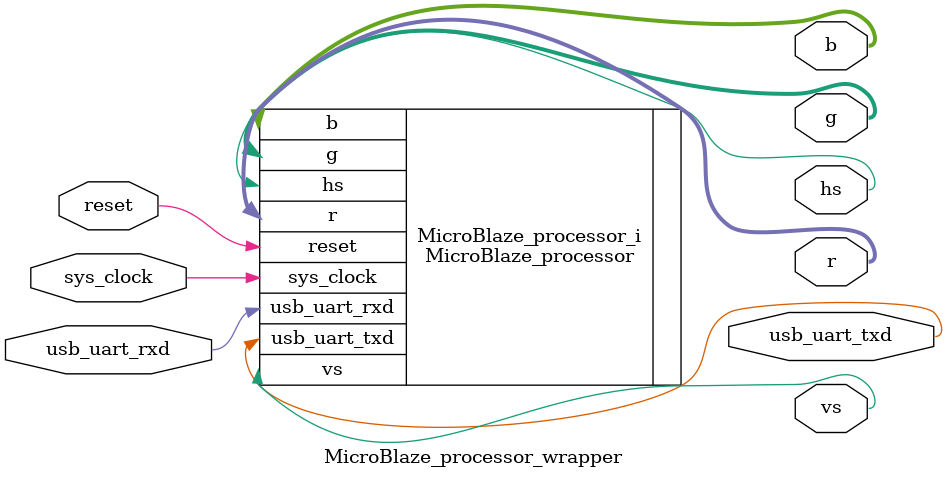
<source format=v>
`timescale 1 ps / 1 ps

module MicroBlaze_processor_wrapper
   (b,
    g,
    hs,
    r,
    reset,
    sys_clock,
    usb_uart_rxd,
    usb_uart_txd,
    vs);
  output [3:0]b;
  output [3:0]g;
  output hs;
  output [3:0]r;
  input reset;
  input sys_clock;
  input usb_uart_rxd;
  output usb_uart_txd;
  output vs;

  wire [3:0]b;
  wire [3:0]g;
  wire hs;
  wire [3:0]r;
  wire reset;
  wire sys_clock;
  wire usb_uart_rxd;
  wire usb_uart_txd;
  wire vs;

  MicroBlaze_processor MicroBlaze_processor_i
       (.b(b),
        .g(g),
        .hs(hs),
        .r(r),
        .reset(reset),
        .sys_clock(sys_clock),
        .usb_uart_rxd(usb_uart_rxd),
        .usb_uart_txd(usb_uart_txd),
        .vs(vs));
endmodule

</source>
